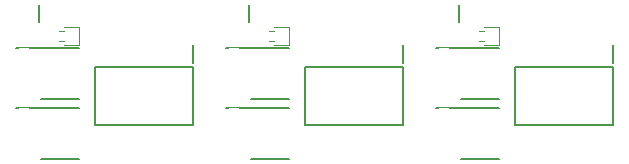
<source format=gto>
%TF.GenerationSoftware,KiCad,Pcbnew,(5.1.8)-1*%
%TF.CreationDate,2021-03-06T21:19:43+09:00*%
%TF.ProjectId,motor_driver_2,6d6f746f-725f-4647-9269-7665725f322e,rev?*%
%TF.SameCoordinates,PX60e4b00PY7b89fa0*%
%TF.FileFunction,Legend,Top*%
%TF.FilePolarity,Positive*%
%FSLAX46Y46*%
G04 Gerber Fmt 4.6, Leading zero omitted, Abs format (unit mm)*
G04 Created by KiCad (PCBNEW (5.1.8)-1) date 2021-03-06 21:19:43*
%MOMM*%
%LPD*%
G01*
G04 APERTURE LIST*
%ADD10C,0.120000*%
%ADD11C,0.200000*%
%ADD12C,0.100000*%
%ADD13R,1.700000X1.700000*%
%ADD14O,1.700000X1.700000*%
%ADD15C,1.700000*%
%ADD16R,2.900000X1.850000*%
%ADD17R,0.940000X0.750000*%
%ADD18R,0.800000X0.800000*%
%ADD19R,0.450000X1.525000*%
%ADD20R,1.050000X1.800000*%
G04 APERTURE END LIST*
D10*
X44704000Y13208000D02*
X43434000Y13208000D01*
X44704000Y14732000D02*
X44704000Y13208000D01*
X43434000Y14732000D02*
X44704000Y14732000D01*
X26924000Y13208000D02*
X25654000Y13208000D01*
X26924000Y14732000D02*
X26924000Y13208000D01*
X25654000Y14732000D02*
X26924000Y14732000D01*
X9144000Y13208000D02*
X7874000Y13208000D01*
X9144000Y14732000D02*
X9144000Y13208000D01*
X7874000Y14732000D02*
X9144000Y14732000D01*
D11*
%TO.C,C1*%
X5910000Y3565000D02*
X9135000Y3565000D01*
X3785000Y7865000D02*
X9135000Y7865000D01*
%TO.C,C3*%
X21565000Y7865000D02*
X26915000Y7865000D01*
X23690000Y3565000D02*
X26915000Y3565000D01*
%TO.C,C5*%
X41470000Y3565000D02*
X44695000Y3565000D01*
X39345000Y7865000D02*
X44695000Y7865000D01*
%TO.C,C8*%
X5910000Y8645000D02*
X9135000Y8645000D01*
X3785000Y12945000D02*
X9135000Y12945000D01*
%TO.C,C10*%
X21565000Y12945000D02*
X26915000Y12945000D01*
X23690000Y8645000D02*
X26915000Y8645000D01*
%TO.C,C12*%
X39345000Y12945000D02*
X44695000Y12945000D01*
X41470000Y8645000D02*
X44695000Y8645000D01*
D12*
%TO.C,D1*%
X7820000Y13570000D02*
X7420000Y13570000D01*
X7820000Y14370000D02*
X7420000Y14370000D01*
%TO.C,D2*%
X25600000Y14370000D02*
X25200000Y14370000D01*
X25600000Y13570000D02*
X25200000Y13570000D01*
%TO.C,D3*%
X43380000Y14370000D02*
X42980000Y14370000D01*
X43380000Y13570000D02*
X42980000Y13570000D01*
D11*
%TO.C,IC2*%
X36535000Y13215000D02*
X36535000Y11690000D01*
X28235000Y11340000D02*
X36535000Y11340000D01*
X28235000Y6440000D02*
X28235000Y11340000D01*
X36535000Y6440000D02*
X28235000Y6440000D01*
X36535000Y11340000D02*
X36535000Y6440000D01*
%TO.C,IC3*%
X54315000Y11340000D02*
X54315000Y6440000D01*
X54315000Y6440000D02*
X46015000Y6440000D01*
X46015000Y6440000D02*
X46015000Y11340000D01*
X46015000Y11340000D02*
X54315000Y11340000D01*
X54315000Y13215000D02*
X54315000Y11690000D01*
%TO.C,R1*%
X5715000Y15175000D02*
X5715000Y16575000D01*
%TO.C,R2*%
X23495000Y15175000D02*
X23495000Y16575000D01*
%TO.C,R3*%
X41275000Y15175000D02*
X41275000Y16575000D01*
%TO.C,IC1*%
X18755000Y11340000D02*
X18755000Y6440000D01*
X18755000Y6440000D02*
X10455000Y6440000D01*
X10455000Y6440000D02*
X10455000Y11340000D01*
X10455000Y11340000D02*
X18755000Y11340000D01*
X18755000Y13215000D02*
X18755000Y11690000D01*
%TD*%
%LPC*%
D13*
%TO.C,J1*%
X2540000Y15240000D03*
D14*
X2540000Y12700000D03*
X2540000Y10160000D03*
%TD*%
D15*
%TO.C,J2*%
X10160000Y2540000D03*
D14*
X7620000Y2540000D03*
X5080000Y2540000D03*
%TD*%
D15*
%TO.C,J3*%
X17780000Y2540000D03*
D14*
X15240000Y2540000D03*
X12700000Y2540000D03*
%TD*%
%TO.C,J4*%
X22860000Y2540000D03*
X25400000Y2540000D03*
D15*
X27940000Y2540000D03*
%TD*%
D14*
%TO.C,J5*%
X30480000Y2540000D03*
X33020000Y2540000D03*
D15*
X35560000Y2540000D03*
%TD*%
%TO.C,J6*%
X45720000Y2540000D03*
D14*
X43180000Y2540000D03*
X40640000Y2540000D03*
%TD*%
%TO.C,J7*%
X48260000Y2540000D03*
X50800000Y2540000D03*
D15*
X53340000Y2540000D03*
%TD*%
%TO.C,J13*%
X50800000Y15240000D03*
D14*
X53340000Y15240000D03*
%TD*%
%TO.C,J12*%
X48260000Y15240000D03*
D15*
X45720000Y15240000D03*
%TD*%
%TO.C,J11*%
X33020000Y15240000D03*
D14*
X35560000Y15240000D03*
%TD*%
D15*
%TO.C,J10*%
X27940000Y15240000D03*
D14*
X30480000Y15240000D03*
%TD*%
D15*
%TO.C,J8*%
X10160000Y15240000D03*
D14*
X12700000Y15240000D03*
%TD*%
%TO.C,J9*%
X17780000Y15240000D03*
D15*
X15240000Y15240000D03*
%TD*%
D16*
%TO.C,C1*%
X8735000Y5715000D03*
X5235000Y5715000D03*
%TD*%
D17*
%TO.C,C2*%
X4445000Y14035000D03*
X4445000Y12635000D03*
%TD*%
D16*
%TO.C,C3*%
X23015000Y5715000D03*
X26515000Y5715000D03*
%TD*%
D17*
%TO.C,C4*%
X22225000Y14035000D03*
X22225000Y12635000D03*
%TD*%
D16*
%TO.C,C5*%
X44295000Y5715000D03*
X40795000Y5715000D03*
%TD*%
D17*
%TO.C,C6*%
X40005000Y14035000D03*
X40005000Y12635000D03*
%TD*%
%TO.C,C7*%
X4445000Y8955000D03*
X4445000Y7555000D03*
%TD*%
D16*
%TO.C,C8*%
X8735000Y10795000D03*
X5235000Y10795000D03*
%TD*%
D17*
%TO.C,C9*%
X22225000Y8955000D03*
X22225000Y7555000D03*
%TD*%
D16*
%TO.C,C10*%
X23015000Y10795000D03*
X26515000Y10795000D03*
%TD*%
D17*
%TO.C,C11*%
X40005000Y8955000D03*
X40005000Y7555000D03*
%TD*%
D16*
%TO.C,C12*%
X40795000Y10795000D03*
X44295000Y10795000D03*
%TD*%
D18*
%TO.C,D1*%
X6870000Y13970000D03*
X8370000Y13970000D03*
%TD*%
%TO.C,D2*%
X26150000Y13970000D03*
X24650000Y13970000D03*
%TD*%
%TO.C,D3*%
X43930000Y13970000D03*
X42430000Y13970000D03*
%TD*%
D19*
%TO.C,IC2*%
X35960000Y5328000D03*
X35310000Y5328000D03*
X34660000Y5328000D03*
X34010000Y5328000D03*
X33360000Y5328000D03*
X32710000Y5328000D03*
X32060000Y5328000D03*
X31410000Y5328000D03*
X30760000Y5328000D03*
X30110000Y5328000D03*
X29460000Y5328000D03*
X28810000Y5328000D03*
X28810000Y12452000D03*
X29460000Y12452000D03*
X30110000Y12452000D03*
X30760000Y12452000D03*
X31410000Y12452000D03*
X32060000Y12452000D03*
X32710000Y12452000D03*
X33360000Y12452000D03*
X34010000Y12452000D03*
X34660000Y12452000D03*
X35310000Y12452000D03*
X35960000Y12452000D03*
%TD*%
%TO.C,IC3*%
X53740000Y12452000D03*
X53090000Y12452000D03*
X52440000Y12452000D03*
X51790000Y12452000D03*
X51140000Y12452000D03*
X50490000Y12452000D03*
X49840000Y12452000D03*
X49190000Y12452000D03*
X48540000Y12452000D03*
X47890000Y12452000D03*
X47240000Y12452000D03*
X46590000Y12452000D03*
X46590000Y5328000D03*
X47240000Y5328000D03*
X47890000Y5328000D03*
X48540000Y5328000D03*
X49190000Y5328000D03*
X49840000Y5328000D03*
X50490000Y5328000D03*
X51140000Y5328000D03*
X51790000Y5328000D03*
X52440000Y5328000D03*
X53090000Y5328000D03*
X53740000Y5328000D03*
%TD*%
D20*
%TO.C,R1*%
X4165000Y15875000D03*
X7265000Y15875000D03*
%TD*%
%TO.C,R2*%
X25045000Y15875000D03*
X21945000Y15875000D03*
%TD*%
%TO.C,R3*%
X42825000Y15875000D03*
X39725000Y15875000D03*
%TD*%
D19*
%TO.C,IC1*%
X18180000Y12452000D03*
X17530000Y12452000D03*
X16880000Y12452000D03*
X16230000Y12452000D03*
X15580000Y12452000D03*
X14930000Y12452000D03*
X14280000Y12452000D03*
X13630000Y12452000D03*
X12980000Y12452000D03*
X12330000Y12452000D03*
X11680000Y12452000D03*
X11030000Y12452000D03*
X11030000Y5328000D03*
X11680000Y5328000D03*
X12330000Y5328000D03*
X12980000Y5328000D03*
X13630000Y5328000D03*
X14280000Y5328000D03*
X14930000Y5328000D03*
X15580000Y5328000D03*
X16230000Y5328000D03*
X16880000Y5328000D03*
X17530000Y5328000D03*
X18180000Y5328000D03*
%TD*%
M02*

</source>
